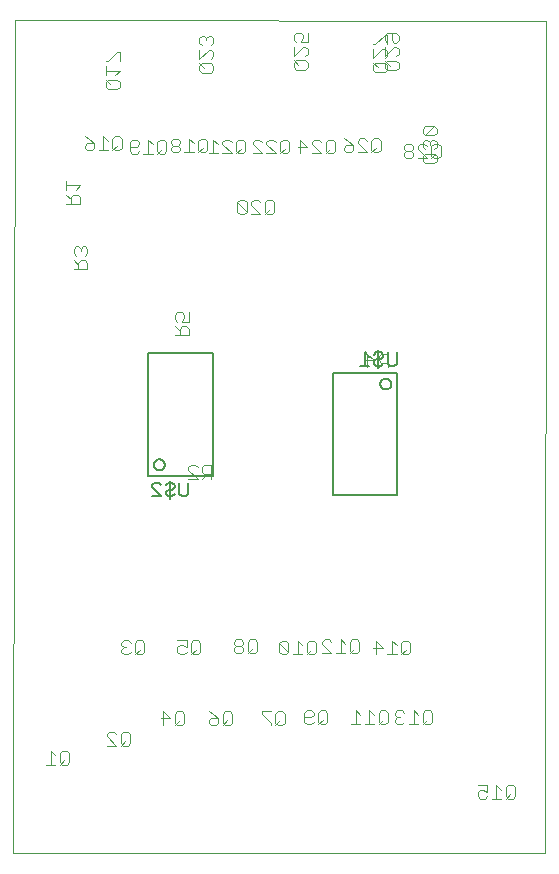
<source format=gbo>
G75*
G70*
%OFA0B0*%
%FSLAX24Y24*%
%IPPOS*%
%LPD*%
%AMOC8*
5,1,8,0,0,1.08239X$1,22.5*
%
%ADD10C,0.0000*%
%ADD11C,0.0060*%
%ADD12C,0.0050*%
%ADD13C,0.0040*%
D10*
X000860Y000100D02*
X000900Y027856D01*
X018601Y027844D01*
X018577Y000100D01*
X000860Y000100D01*
D11*
X005355Y012685D02*
X007500Y012685D01*
X007500Y016759D01*
X005355Y016759D01*
X005355Y012685D01*
X005548Y013049D02*
X005550Y013075D01*
X005556Y013101D01*
X005565Y013126D01*
X005578Y013149D01*
X005594Y013170D01*
X005613Y013188D01*
X005635Y013204D01*
X005658Y013216D01*
X005683Y013224D01*
X005709Y013229D01*
X005736Y013230D01*
X005762Y013227D01*
X005787Y013220D01*
X005812Y013210D01*
X005834Y013196D01*
X005855Y013179D01*
X005872Y013160D01*
X005887Y013138D01*
X005898Y013114D01*
X005906Y013088D01*
X005910Y013062D01*
X005910Y013036D01*
X005906Y013010D01*
X005898Y012984D01*
X005887Y012960D01*
X005872Y012938D01*
X005855Y012919D01*
X005834Y012902D01*
X005812Y012888D01*
X005787Y012878D01*
X005762Y012871D01*
X005736Y012868D01*
X005709Y012869D01*
X005683Y012874D01*
X005658Y012882D01*
X005635Y012894D01*
X005613Y012910D01*
X005594Y012928D01*
X005578Y012949D01*
X005565Y012972D01*
X005556Y012997D01*
X005550Y013023D01*
X005548Y013049D01*
X011504Y012027D02*
X013650Y012027D01*
X013650Y016102D01*
X011504Y016102D01*
X011504Y012027D01*
X013095Y015738D02*
X013097Y015764D01*
X013103Y015790D01*
X013112Y015815D01*
X013125Y015838D01*
X013141Y015859D01*
X013160Y015877D01*
X013182Y015893D01*
X013205Y015905D01*
X013230Y015913D01*
X013256Y015918D01*
X013283Y015919D01*
X013309Y015916D01*
X013334Y015909D01*
X013359Y015899D01*
X013381Y015885D01*
X013402Y015868D01*
X013419Y015849D01*
X013434Y015827D01*
X013445Y015803D01*
X013453Y015777D01*
X013457Y015751D01*
X013457Y015725D01*
X013453Y015699D01*
X013445Y015673D01*
X013434Y015649D01*
X013419Y015627D01*
X013402Y015608D01*
X013381Y015591D01*
X013359Y015577D01*
X013334Y015567D01*
X013309Y015560D01*
X013283Y015557D01*
X013256Y015558D01*
X013230Y015563D01*
X013205Y015571D01*
X013182Y015583D01*
X013160Y015599D01*
X013141Y015617D01*
X013125Y015638D01*
X013112Y015661D01*
X013103Y015686D01*
X013097Y015712D01*
X013095Y015738D01*
D12*
X013028Y016265D02*
X013028Y016865D01*
X013103Y016790D02*
X012953Y016790D01*
X012878Y016715D01*
X012953Y016565D02*
X013103Y016565D01*
X013178Y016640D01*
X013178Y016715D01*
X013103Y016790D01*
X013338Y016790D02*
X013338Y016415D01*
X013413Y016340D01*
X013564Y016340D01*
X013639Y016415D01*
X013639Y016790D01*
X013178Y016415D02*
X013103Y016340D01*
X012953Y016340D01*
X012878Y016415D01*
X012878Y016490D01*
X012953Y016565D01*
X012718Y016640D02*
X012568Y016790D01*
X012568Y016340D01*
X012718Y016340D02*
X012418Y016340D01*
X006697Y012447D02*
X006697Y012072D01*
X006622Y011997D01*
X006472Y011997D01*
X006397Y012072D01*
X006397Y012447D01*
X006237Y012372D02*
X006162Y012447D01*
X006011Y012447D01*
X005936Y012372D01*
X005776Y012372D02*
X005701Y012447D01*
X005551Y012447D01*
X005476Y012372D01*
X005476Y012297D01*
X005776Y011997D01*
X005476Y011997D01*
X005936Y012072D02*
X005936Y012147D01*
X006011Y012222D01*
X006162Y012222D01*
X006237Y012297D01*
X006237Y012372D01*
X006086Y012522D02*
X006086Y011922D01*
X006011Y011997D02*
X005936Y012072D01*
X006011Y011997D02*
X006162Y011997D01*
X006237Y012072D01*
D13*
X006694Y012579D02*
X007001Y012579D01*
X006694Y012886D01*
X006694Y012963D01*
X006770Y013039D01*
X006924Y013039D01*
X007001Y012963D01*
X007154Y012963D02*
X007231Y013039D01*
X007461Y013039D01*
X007461Y012579D01*
X007461Y012733D02*
X007231Y012733D01*
X007154Y012809D01*
X007154Y012963D01*
X007307Y012733D02*
X007154Y012579D01*
X006709Y017359D02*
X006248Y017359D01*
X006402Y017359D02*
X006402Y017589D01*
X006478Y017666D01*
X006632Y017666D01*
X006709Y017589D01*
X006709Y017359D01*
X006402Y017513D02*
X006248Y017666D01*
X006325Y017819D02*
X006248Y017896D01*
X006248Y018050D01*
X006325Y018126D01*
X006478Y018126D01*
X006555Y018050D01*
X006555Y017973D01*
X006478Y017819D01*
X006709Y017819D01*
X006709Y018126D01*
X008408Y021409D02*
X008331Y021486D01*
X008331Y021793D01*
X008638Y021486D01*
X008561Y021409D01*
X008408Y021409D01*
X008638Y021486D02*
X008638Y021793D01*
X008561Y021870D01*
X008408Y021870D01*
X008331Y021793D01*
X008792Y021793D02*
X008868Y021870D01*
X009022Y021870D01*
X009099Y021793D01*
X009252Y021793D02*
X009252Y021486D01*
X009329Y021409D01*
X009482Y021409D01*
X009559Y021486D01*
X009559Y021793D01*
X009482Y021870D01*
X009329Y021870D01*
X009252Y021793D01*
X009406Y021563D02*
X009252Y021409D01*
X009099Y021409D02*
X008792Y021716D01*
X008792Y021793D01*
X008792Y021409D02*
X009099Y021409D01*
X009142Y023425D02*
X008835Y023425D01*
X008594Y023502D02*
X008594Y023809D01*
X008518Y023886D01*
X008364Y023886D01*
X008287Y023809D01*
X008287Y023502D01*
X008364Y023425D01*
X008518Y023425D01*
X008594Y023502D01*
X008441Y023579D02*
X008287Y023425D01*
X008134Y023425D02*
X007827Y023732D01*
X007827Y023809D01*
X007904Y023886D01*
X008057Y023886D01*
X008134Y023809D01*
X008134Y023425D02*
X007827Y023425D01*
X007674Y023425D02*
X007367Y023425D01*
X007331Y023533D02*
X007254Y023457D01*
X007100Y023457D01*
X007024Y023533D01*
X007024Y023840D01*
X007100Y023917D01*
X007254Y023917D01*
X007331Y023840D01*
X007331Y023533D01*
X007177Y023610D02*
X007024Y023457D01*
X006870Y023457D02*
X006563Y023457D01*
X006717Y023457D02*
X006717Y023917D01*
X006870Y023764D01*
X006410Y023764D02*
X006410Y023840D01*
X006333Y023917D01*
X006180Y023917D01*
X006103Y023840D01*
X006103Y023764D01*
X006180Y023687D01*
X006333Y023687D01*
X006410Y023764D01*
X006333Y023687D02*
X006410Y023610D01*
X006410Y023533D01*
X006333Y023457D01*
X006180Y023457D01*
X006103Y023533D01*
X006103Y023610D01*
X006180Y023687D01*
X005964Y023801D02*
X005964Y023494D01*
X005888Y023417D01*
X005734Y023417D01*
X005658Y023494D01*
X005658Y023801D01*
X005734Y023878D01*
X005888Y023878D01*
X005964Y023801D01*
X005811Y023571D02*
X005658Y023417D01*
X005504Y023417D02*
X005197Y023417D01*
X005351Y023417D02*
X005351Y023878D01*
X005504Y023724D01*
X005044Y023724D02*
X004967Y023647D01*
X004737Y023647D01*
X004737Y023494D02*
X004737Y023801D01*
X004814Y023878D01*
X004967Y023878D01*
X005044Y023801D01*
X005044Y023724D01*
X005044Y023494D02*
X004967Y023417D01*
X004814Y023417D01*
X004737Y023494D01*
X004472Y023612D02*
X004396Y023535D01*
X004242Y023535D01*
X004165Y023612D01*
X004165Y023919D01*
X004242Y023996D01*
X004396Y023996D01*
X004472Y023919D01*
X004472Y023612D01*
X004319Y023689D02*
X004165Y023535D01*
X004012Y023535D02*
X003705Y023535D01*
X003859Y023535D02*
X003859Y023996D01*
X004012Y023842D01*
X003552Y023766D02*
X003552Y023612D01*
X003475Y023535D01*
X003321Y023535D01*
X003245Y023612D01*
X003245Y023689D01*
X003321Y023766D01*
X003552Y023766D01*
X003398Y023919D01*
X003245Y023996D01*
X002631Y022515D02*
X002631Y022208D01*
X002631Y022361D02*
X003091Y022361D01*
X002938Y022208D01*
X003015Y022054D02*
X002861Y022054D01*
X002784Y021978D01*
X002784Y021748D01*
X002784Y021901D02*
X002631Y022054D01*
X002631Y021748D02*
X003091Y021748D01*
X003091Y021978D01*
X003015Y022054D01*
X003023Y020325D02*
X002947Y020325D01*
X002870Y020248D01*
X002870Y020095D01*
X002947Y020018D01*
X002870Y019865D02*
X003023Y019711D01*
X003023Y019788D02*
X003023Y019558D01*
X002870Y019558D02*
X003330Y019558D01*
X003330Y019788D01*
X003254Y019865D01*
X003100Y019865D01*
X003023Y019788D01*
X003254Y020018D02*
X003330Y020095D01*
X003330Y020248D01*
X003254Y020325D01*
X003177Y020325D01*
X003100Y020248D01*
X003023Y020325D01*
X003100Y020248D02*
X003100Y020172D01*
X004018Y025571D02*
X003941Y025648D01*
X003941Y025801D01*
X004018Y025878D01*
X004325Y025878D01*
X004402Y025801D01*
X004402Y025648D01*
X004325Y025571D01*
X004018Y025571D01*
X004095Y025724D02*
X003941Y025878D01*
X003941Y026031D02*
X003941Y026338D01*
X003941Y026185D02*
X004402Y026185D01*
X004248Y026031D01*
X004402Y026492D02*
X004402Y026799D01*
X004325Y026799D01*
X004018Y026492D01*
X003941Y026492D01*
X007060Y026429D02*
X007213Y026275D01*
X007060Y026199D02*
X007136Y026122D01*
X007443Y026122D01*
X007520Y026199D01*
X007520Y026352D01*
X007443Y026429D01*
X007136Y026429D01*
X007060Y026352D01*
X007060Y026199D01*
X007060Y026582D02*
X007367Y026889D01*
X007443Y026889D01*
X007520Y026813D01*
X007520Y026659D01*
X007443Y026582D01*
X007060Y026582D02*
X007060Y026889D01*
X007136Y027043D02*
X007060Y027119D01*
X007060Y027273D01*
X007136Y027350D01*
X007213Y027350D01*
X007290Y027273D01*
X007290Y027196D01*
X007290Y027273D02*
X007367Y027350D01*
X007443Y027350D01*
X007520Y027273D01*
X007520Y027119D01*
X007443Y027043D01*
X007520Y023886D02*
X007520Y023425D01*
X007674Y023732D02*
X007520Y023886D01*
X008835Y023809D02*
X008912Y023886D01*
X009065Y023886D01*
X009142Y023809D01*
X009296Y023809D02*
X009372Y023886D01*
X009526Y023886D01*
X009603Y023809D01*
X009756Y023809D02*
X009756Y023502D01*
X009833Y023425D01*
X009986Y023425D01*
X010063Y023502D01*
X010063Y023809D01*
X009986Y023886D01*
X009833Y023886D01*
X009756Y023809D01*
X009909Y023579D02*
X009756Y023425D01*
X009603Y023425D02*
X009296Y023732D01*
X009296Y023809D01*
X009296Y023425D02*
X009603Y023425D01*
X009142Y023425D02*
X008835Y023732D01*
X008835Y023809D01*
X010355Y023655D02*
X010662Y023655D01*
X010432Y023886D01*
X010432Y023425D01*
X010815Y023425D02*
X011122Y023425D01*
X010815Y023732D01*
X010815Y023809D01*
X010892Y023886D01*
X011045Y023886D01*
X011122Y023809D01*
X011276Y023809D02*
X011276Y023502D01*
X011352Y023425D01*
X011506Y023425D01*
X011583Y023502D01*
X011583Y023809D01*
X011506Y023886D01*
X011352Y023886D01*
X011276Y023809D01*
X011429Y023579D02*
X011276Y023425D01*
X011875Y023541D02*
X011875Y023618D01*
X011951Y023695D01*
X012181Y023695D01*
X012181Y023541D01*
X012105Y023464D01*
X011951Y023464D01*
X011875Y023541D01*
X012181Y023695D02*
X012028Y023848D01*
X011875Y023925D01*
X012335Y023848D02*
X012412Y023925D01*
X012565Y023925D01*
X012642Y023848D01*
X012795Y023848D02*
X012795Y023541D01*
X012872Y023464D01*
X013026Y023464D01*
X013102Y023541D01*
X013102Y023848D01*
X013026Y023925D01*
X012872Y023925D01*
X012795Y023848D01*
X012949Y023618D02*
X012795Y023464D01*
X012642Y023464D02*
X012335Y023771D01*
X012335Y023848D01*
X012335Y023464D02*
X012642Y023464D01*
X013875Y023429D02*
X013875Y023352D01*
X013951Y023276D01*
X014105Y023276D01*
X014181Y023352D01*
X014181Y023429D01*
X014105Y023506D01*
X013951Y023506D01*
X013875Y023429D01*
X013951Y023506D02*
X013875Y023582D01*
X013875Y023659D01*
X013951Y023736D01*
X014105Y023736D01*
X014181Y023659D01*
X014181Y023582D01*
X014105Y023506D01*
X014335Y023582D02*
X014335Y023659D01*
X014412Y023736D01*
X014565Y023736D01*
X014642Y023659D01*
X014585Y023563D02*
X014508Y023640D01*
X014508Y023794D01*
X014585Y023870D01*
X014662Y023870D01*
X014739Y023794D01*
X014739Y023717D01*
X014739Y023794D02*
X014815Y023870D01*
X014892Y023870D01*
X014969Y023794D01*
X014969Y023640D01*
X014892Y023563D01*
X014795Y023659D02*
X014795Y023352D01*
X014872Y023276D01*
X015026Y023276D01*
X015102Y023352D01*
X015102Y023659D01*
X015026Y023736D01*
X014872Y023736D01*
X014795Y023659D01*
X014892Y023410D02*
X014585Y023410D01*
X014508Y023333D01*
X014508Y023180D01*
X014585Y023103D01*
X014892Y023103D01*
X014969Y023180D01*
X014969Y023333D01*
X014892Y023410D01*
X014949Y023429D02*
X014795Y023276D01*
X014662Y023256D02*
X014508Y023410D01*
X014642Y023276D02*
X014335Y023276D01*
X014335Y023582D02*
X014642Y023276D01*
X014585Y024024D02*
X014892Y024331D01*
X014585Y024331D01*
X014508Y024254D01*
X014508Y024101D01*
X014585Y024024D01*
X014892Y024024D01*
X014969Y024101D01*
X014969Y024254D01*
X014892Y024331D01*
X013632Y026201D02*
X013709Y026278D01*
X013709Y026432D01*
X013632Y026508D01*
X013325Y026508D01*
X013249Y026432D01*
X013249Y026278D01*
X013325Y026201D01*
X013632Y026201D01*
X013632Y026662D02*
X013709Y026739D01*
X013709Y026892D01*
X013632Y026969D01*
X013556Y026969D01*
X013249Y026662D01*
X013249Y026969D01*
X013239Y026913D02*
X013315Y026836D01*
X013315Y026683D01*
X013239Y026606D01*
X013249Y026508D02*
X013402Y026355D01*
X013315Y026376D02*
X013239Y026453D01*
X012932Y026453D01*
X012855Y026376D01*
X012855Y026222D01*
X012932Y026146D01*
X013239Y026146D01*
X013315Y026222D01*
X013315Y026376D01*
X013008Y026299D02*
X012855Y026453D01*
X012855Y026606D02*
X013162Y026913D01*
X013239Y026913D01*
X013315Y027066D02*
X013315Y027373D01*
X013239Y027373D01*
X012932Y027066D01*
X012855Y027066D01*
X012855Y026913D02*
X012855Y026606D01*
X013325Y027122D02*
X013249Y027199D01*
X013249Y027352D01*
X013325Y027429D01*
X013632Y027429D01*
X013709Y027352D01*
X013709Y027199D01*
X013632Y027122D01*
X013556Y027122D01*
X013479Y027199D01*
X013479Y027429D01*
X010670Y027444D02*
X010670Y027137D01*
X010439Y027137D01*
X010516Y027291D01*
X010516Y027367D01*
X010439Y027444D01*
X010286Y027444D01*
X010209Y027367D01*
X010209Y027214D01*
X010286Y027137D01*
X010209Y026984D02*
X010209Y026677D01*
X010516Y026984D01*
X010593Y026984D01*
X010670Y026907D01*
X010670Y026754D01*
X010593Y026677D01*
X010593Y026523D02*
X010286Y026523D01*
X010209Y026447D01*
X010209Y026293D01*
X010286Y026216D01*
X010593Y026216D01*
X010670Y026293D01*
X010670Y026447D01*
X010593Y026523D01*
X010363Y026370D02*
X010209Y026523D01*
X012659Y016755D02*
X012889Y016525D01*
X012582Y016525D01*
X012659Y016295D02*
X012659Y016755D01*
X013043Y016678D02*
X013043Y016525D01*
X013119Y016448D01*
X013349Y016448D01*
X013196Y016448D02*
X013043Y016295D01*
X013349Y016295D02*
X013349Y016755D01*
X013119Y016755D01*
X013043Y016678D01*
X012308Y007224D02*
X012155Y007224D01*
X012078Y007147D01*
X012078Y006840D01*
X012155Y006764D01*
X012308Y006764D01*
X012385Y006840D01*
X012385Y007147D01*
X012308Y007224D01*
X012232Y006917D02*
X012078Y006764D01*
X011925Y006764D02*
X011618Y006764D01*
X011771Y006764D02*
X011771Y007224D01*
X011925Y007071D01*
X011464Y007147D02*
X011388Y007224D01*
X011234Y007224D01*
X011157Y007147D01*
X011157Y007071D01*
X011464Y006764D01*
X011157Y006764D01*
X010952Y006801D02*
X010952Y007108D01*
X010875Y007185D01*
X010722Y007185D01*
X010645Y007108D01*
X010645Y006801D01*
X010722Y006724D01*
X010875Y006724D01*
X010952Y006801D01*
X010799Y006878D02*
X010645Y006724D01*
X010492Y006724D02*
X010185Y006724D01*
X010338Y006724D02*
X010338Y007185D01*
X010492Y007031D01*
X010031Y007108D02*
X010031Y006801D01*
X009724Y007108D01*
X009724Y006801D01*
X009801Y006724D01*
X009954Y006724D01*
X010031Y006801D01*
X010031Y007108D02*
X009954Y007185D01*
X009801Y007185D01*
X009724Y007108D01*
X008988Y007155D02*
X008988Y006848D01*
X008911Y006772D01*
X008757Y006772D01*
X008681Y006848D01*
X008681Y007155D01*
X008757Y007232D01*
X008911Y007232D01*
X008988Y007155D01*
X008834Y006925D02*
X008681Y006772D01*
X008527Y006848D02*
X008527Y006925D01*
X008451Y007002D01*
X008297Y007002D01*
X008220Y006925D01*
X008220Y006848D01*
X008297Y006772D01*
X008451Y006772D01*
X008527Y006848D01*
X008451Y007002D02*
X008527Y007079D01*
X008527Y007155D01*
X008451Y007232D01*
X008297Y007232D01*
X008220Y007155D01*
X008220Y007079D01*
X008297Y007002D01*
X007094Y007116D02*
X007094Y006809D01*
X007017Y006732D01*
X006864Y006732D01*
X006787Y006809D01*
X006787Y007116D01*
X006864Y007193D01*
X007017Y007193D01*
X007094Y007116D01*
X006940Y006886D02*
X006787Y006732D01*
X006634Y006809D02*
X006557Y006732D01*
X006403Y006732D01*
X006327Y006809D01*
X006327Y006962D01*
X006403Y007039D01*
X006480Y007039D01*
X006634Y006962D01*
X006634Y007193D01*
X006327Y007193D01*
X005228Y007116D02*
X005228Y006809D01*
X005151Y006732D01*
X004998Y006732D01*
X004921Y006809D01*
X004921Y007116D01*
X004998Y007193D01*
X005151Y007193D01*
X005228Y007116D01*
X005074Y006886D02*
X004921Y006732D01*
X004767Y006809D02*
X004691Y006732D01*
X004537Y006732D01*
X004460Y006809D01*
X004460Y006886D01*
X004537Y006962D01*
X004614Y006962D01*
X004537Y006962D02*
X004460Y007039D01*
X004460Y007116D01*
X004537Y007193D01*
X004691Y007193D01*
X004767Y007116D01*
X005864Y004830D02*
X006094Y004600D01*
X005787Y004600D01*
X005864Y004370D02*
X005864Y004830D01*
X006248Y004754D02*
X006248Y004447D01*
X006324Y004370D01*
X006478Y004370D01*
X006555Y004447D01*
X006555Y004754D01*
X006478Y004830D01*
X006324Y004830D01*
X006248Y004754D01*
X006401Y004523D02*
X006248Y004370D01*
X007378Y004447D02*
X007378Y004523D01*
X007455Y004600D01*
X007685Y004600D01*
X007685Y004447D01*
X007608Y004370D01*
X007455Y004370D01*
X007378Y004447D01*
X007531Y004754D02*
X007378Y004830D01*
X007531Y004754D02*
X007685Y004600D01*
X007838Y004447D02*
X007915Y004370D01*
X008068Y004370D01*
X008145Y004447D01*
X008145Y004754D01*
X008068Y004830D01*
X007915Y004830D01*
X007838Y004754D01*
X007838Y004447D01*
X007838Y004370D02*
X007992Y004523D01*
X009138Y004754D02*
X009445Y004447D01*
X009445Y004370D01*
X009598Y004370D02*
X009751Y004523D01*
X009598Y004447D02*
X009675Y004370D01*
X009828Y004370D01*
X009905Y004447D01*
X009905Y004754D01*
X009828Y004830D01*
X009675Y004830D01*
X009598Y004754D01*
X009598Y004447D01*
X009445Y004830D02*
X009138Y004830D01*
X009138Y004754D01*
X010563Y004785D02*
X010563Y004478D01*
X010640Y004401D01*
X010793Y004401D01*
X010870Y004478D01*
X011023Y004478D02*
X011023Y004785D01*
X011100Y004862D01*
X011253Y004862D01*
X011330Y004785D01*
X011330Y004478D01*
X011253Y004401D01*
X011100Y004401D01*
X011023Y004478D01*
X011023Y004401D02*
X011177Y004555D01*
X010870Y004708D02*
X010793Y004632D01*
X010563Y004632D01*
X010563Y004785D02*
X010640Y004862D01*
X010793Y004862D01*
X010870Y004785D01*
X010870Y004708D01*
X012114Y004401D02*
X012421Y004401D01*
X012574Y004401D02*
X012881Y004401D01*
X012728Y004401D02*
X012728Y004862D01*
X012881Y004708D01*
X013035Y004785D02*
X013035Y004478D01*
X013112Y004401D01*
X013265Y004401D01*
X013342Y004478D01*
X013342Y004785D01*
X013265Y004862D01*
X013112Y004862D01*
X013035Y004785D01*
X013188Y004555D02*
X013035Y004401D01*
X013586Y004478D02*
X013663Y004401D01*
X013817Y004401D01*
X013893Y004478D01*
X014047Y004401D02*
X014354Y004401D01*
X014507Y004401D02*
X014661Y004555D01*
X014814Y004478D02*
X014814Y004785D01*
X014737Y004862D01*
X014584Y004862D01*
X014507Y004785D01*
X014507Y004478D01*
X014584Y004401D01*
X014737Y004401D01*
X014814Y004478D01*
X014354Y004708D02*
X014200Y004862D01*
X014200Y004401D01*
X013893Y004785D02*
X013817Y004862D01*
X013663Y004862D01*
X013586Y004785D01*
X013586Y004708D01*
X013663Y004632D01*
X013586Y004555D01*
X013586Y004478D01*
X013663Y004632D02*
X013740Y004632D01*
X012421Y004708D02*
X012267Y004862D01*
X012267Y004401D01*
X012943Y006724D02*
X012943Y007185D01*
X013173Y006955D01*
X012866Y006955D01*
X013326Y006724D02*
X013633Y006724D01*
X013480Y006724D02*
X013480Y007185D01*
X013633Y007031D01*
X013787Y007108D02*
X013787Y006801D01*
X013864Y006724D01*
X014017Y006724D01*
X014094Y006801D01*
X014094Y007108D01*
X014017Y007185D01*
X013864Y007185D01*
X013787Y007108D01*
X013940Y006878D02*
X013787Y006724D01*
X016350Y002374D02*
X016657Y002374D01*
X016657Y002144D01*
X016504Y002220D01*
X016427Y002220D01*
X016350Y002144D01*
X016350Y001990D01*
X016427Y001913D01*
X016580Y001913D01*
X016657Y001990D01*
X016811Y001913D02*
X017118Y001913D01*
X017271Y001913D02*
X017424Y002067D01*
X017271Y001990D02*
X017348Y001913D01*
X017501Y001913D01*
X017578Y001990D01*
X017578Y002297D01*
X017501Y002374D01*
X017348Y002374D01*
X017271Y002297D01*
X017271Y001990D01*
X017118Y002220D02*
X016964Y002374D01*
X016964Y001913D01*
X004751Y003762D02*
X004675Y003685D01*
X004521Y003685D01*
X004444Y003762D01*
X004444Y004069D01*
X004521Y004145D01*
X004675Y004145D01*
X004751Y004069D01*
X004751Y003762D01*
X004598Y003838D02*
X004444Y003685D01*
X004291Y003685D02*
X003984Y003992D01*
X003984Y004069D01*
X004061Y004145D01*
X004214Y004145D01*
X004291Y004069D01*
X004291Y003685D02*
X003984Y003685D01*
X002716Y003439D02*
X002716Y003132D01*
X002639Y003055D01*
X002486Y003055D01*
X002409Y003132D01*
X002409Y003439D01*
X002486Y003515D01*
X002639Y003515D01*
X002716Y003439D01*
X002563Y003209D02*
X002409Y003055D01*
X002256Y003055D02*
X001949Y003055D01*
X002102Y003055D02*
X002102Y003515D01*
X002256Y003362D01*
M02*

</source>
